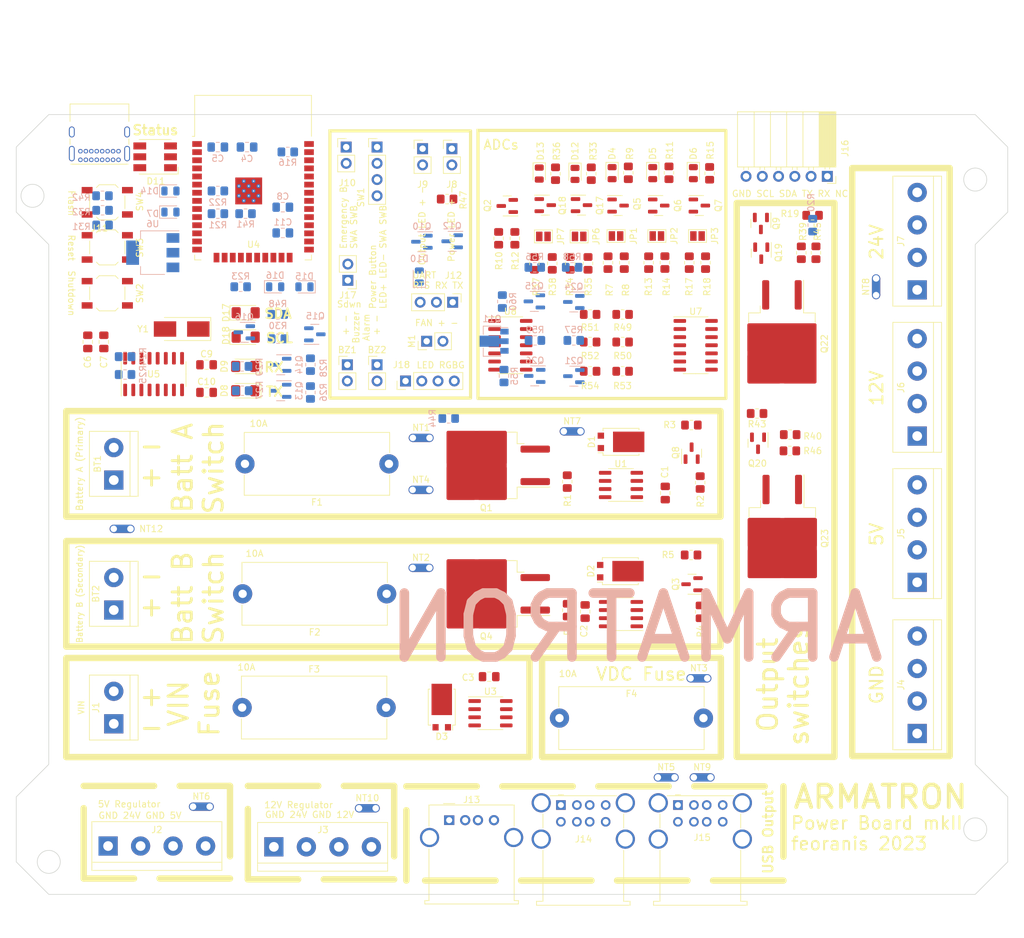
<source format=kicad_pcb>
(kicad_pcb (version 20221018) (generator pcbnew)
  (layers (0 "F.Cu" signal) (31 "B.Cu" signal) (34 "B.Paste" user) (35 "F.Paste" user) (36 "B.SilkS" user "B.Silkscreen") (37 "F.SilkS" user "F.Silkscreen") (38 "B.Mask" user) (39 "F.Mask" user) (44 "Edge.Cuts" user))
  (net 0 "")
  (net 1 "Net-(BT1-+)")
  (net 2 "GND")
  (net 3 "Net-(BT2-+)")
  (net 4 "Net-(U1-FILTER)")
  (net 5 "Net-(U2-FILTER)")
  (net 6 "Net-(U3-FILTER)")
  (net 7 "BATT_A_LATCH")
  (net 8 "BATT_A_SW")
  (net 9 "BATT_B_LATCH")
  (net 10 "BATT_B_SW")
  (net 11 "VIN")
  (net 12 "Net-(D3-A)")
  (net 13 "BATT_A_IN")
  (net 14 "Net-(J1-Pin_2)")
  (net 15 "Net-(Q1-G)")
  (net 16 "Net-(Q2-B)")
  (net 17 "Net-(Q3-C)")
  (net 18 "Net-(Q3-B)")
  (net 19 "+VDC")
  (net 20 "ADC_SW_BASE")
  (net 21 "+5V")
  (net 22 "Net-(D4-A)")
  (net 23 "Net-(D5-A)")
  (net 24 "BATT_B_IN")
  (net 25 "Net-(D6-A)")
  (net 26 "Net-(JP1-B)")
  (net 27 "Net-(JP2-B)")
  (net 28 "Net-(JP3-B)")
  (net 29 "Net-(Q2-C)")
  (net 30 "Net-(Q8-B)")
  (net 31 "PIN_ADC_BATT_A")
  (net 32 "PIN_ADC_ENA")
  (net 33 "PIN_ADC_BATT_B")
  (net 34 "PIN_ADC_VIN")
  (net 35 "PIN_BATT_A_SENSE")
  (net 36 "PIN_BATT_B_SENSE")
  (net 37 "PIN_VIN_SENSE")
  (net 42 "Net-(BZ1-+)")
  (net 43 "Net-(BZ2-+)")
  (net 45 "nRTS")
  (net 54 "Net-(M1--)")
  (net 55 "PIN_VBATT_A_ENBL")
  (net 56 "PIN_VBATT_B_ENBL")
  (net 59 "+3.3V")
  (net 60 "Net-(D12-A)")
  (net 61 "Net-(D13-A)")
  (net 62 "24V_out")
  (net 63 "5V_out")
  (net 64 "+12V")
  (net 65 "Net-(JP6-B)")
  (net 66 "Net-(JP7-B)")
  (net 67 "Net-(Q19-B)")
  (net 68 "Net-(Q19-C)")
  (net 69 "Net-(Q20-B)")
  (net 70 "Net-(Q20-C)")
  (net 71 "5V_adc")
  (net 72 "12V_adc")
  (net 73 "24V_Enable")
  (net 74 "5V_Enable")
  (net 75 "PIN_RESET")
  (net 76 "PIN_RGB_G")
  (net 77 "SDA")
  (net 78 "SCL")
  (net 79 "PIN_FLASH")
  (net 80 "PIN_RGB_R")
  (net 82 "Net-(F4-Pad1)")
  (net 83 "PIN_RGB_B")
  (net 84 "Net-(D11-BK)")
  (net 85 "Net-(D11-RK)")
  (net 86 "Net-(D11-GK)")
  (net 87 "PIN_EmergencyButton")
  (net 88 "VBUS")
  (net 89 "Net-(J11-CC1)")
  (net 90 "D+")
  (net 91 "D-")
  (net 93 "Net-(J11-CC2)")
  (net 95 "RXD")
  (net 96 "RX")
  (net 97 "Net-(Q9-B)")
  (net 98 "Net-(Q9-C)")
  (net 99 "PIN_ALARM")
  (net 100 "PIN_BUZZER")
  (net 101 "PIN_Sdwn_Btn")
  (net 116 "PIN_Fan")
  (net 117 "Net-(Q10-B)")
  (net 118 "Net-(Q11-B)")
  (net 119 "Net-(Q12-B)")
  (net 120 "5V_POWER")
  (net 121 "Net-(JP1-A)")
  (net 122 "Net-(JP2-A)")
  (net 123 "Net-(JP3-A)")
  (net 124 "12V_POWER")
  (net 125 "Net-(J8-Pin_1)")
  (net 126 "Net-(J9-Pin_1)")
  (net 127 "Net-(NT4-Pad2)")
  (net 128 "Net-(NT7-Pad1)")
  (net 129 "Net-(SW1-A)")
  (net 130 "Net-(D17-A)")
  (net 131 "PIN_BATT_A_SENSE_ADC")
  (net 132 "PIN_BATT_B_SENSE_ADC")
  (net 133 "PIN_VIN_SENSE_ADC")
  (net 134 "Net-(D8-A)")
  (net 135 "Net-(D9-A)")
  (net 136 "Net-(Q13-B)")
  (net 137 "Net-(Q13-C)")
  (net 138 "Net-(Q14-B)")
  (net 139 "Net-(Q14-C)")
  (net 140 "Net-(U5-XI)")
  (net 142 "Net-(U5-XO)")
  (net 144 "RESET_UART")
  (net 145 "RESET_Header")
  (net 146 "Net-(D14-K)")
  (net 147 "Net-(D15-K)")
  (net 148 "FLASH_UART")
  (net 149 "Net-(Q15-B)")
  (net 150 "Net-(Q16-B)")
  (net 151 "nDTR")
  (net 153 "POWER_GND")
  (net 154 "Net-(D18-A)")
  (net 155 "Net-(Q21-B)")
  (net 156 "Net-(Q21-C)")
  (net 157 "Net-(Q24-B)")
  (net 158 "Net-(Q24-C)")
  (net 159 "Net-(Q25-B)")
  (net 160 "Net-(Q26-B)")
  (footprint "RF_Module:ESP32-WROOM-32" (layer "F.Cu") (at 108.123 45.869)
    (fp_text reference "U4")
    (fp_text value "ESP32-WROOM-32")
  )
  (footprint "NetTie:NetTie-2_THT_Pad1.0mm" (layer "F.Cu") (at 88.96 97.79 180)
    (fp_text reference "NT12")
    (fp_text value "NetTie_2")
  )
  (footprint "NetTie:NetTie-2_THT_Pad1.0mm" (layer "F.Cu") (at 133.066 103.886)
    (fp_text reference "NT2")
    (fp_text value "NetTie_2")
  )
  (footprint "Capacitor_SMD:C_0805_2012Metric_Pad1.18x1.45mm_HandSolder" (layer "F.Cu") (at 84.806 68.5585 90)
    (fp_text reference "C7")
    (fp_text value "100n")
  )
  (footprint "Package_TO_SOT_SMD:SOT-23" (layer "F.Cu") (at 159.453 47.178)
    (fp_text reference "Q17")
    (fp_text value "BC807")
  )
  (footprint "Resistor_SMD:R_0805_2012Metric_Pad1.20x1.40mm_HandSolder" (layer "F.Cu") (at 163.5955 56.1715 -90)
    (fp_text reference "R7")
    (fp_text value "220K")
  )
  (footprint "TerminalBlock:TerminalBlock_bornier-4_P5.08mm" (layer "F.Cu") (at 211.9104 60.428 90)
    (fp_text reference "J7")
    (fp_text value "Screw_Terminal_01x04")
  )
  (footprint "Button_Switch_SMD:SW_SPST_TL3342" (layer "F.Cu") (at 85.344 53.786)
    (fp_text reference "SW3")
    (fp_text value "SW_Push")
  )
  (footprint "Package_TO_SOT_SMD:SOT-23" (layer "F.Cu") (at 153.7865 47.178)
    (fp_text reference "Q18")
    (fp_text value "BC807")
  )
  (footprint "NetTie:NetTie-2_THT_Pad1.0mm" (layer "F.Cu") (at 156.688 82.55)
    (fp_text reference "NT7")
    (fp_text value "NetTie_2")
  )
  (footprint "Resistor_SMD:R_0805_2012Metric_Pad1.20x1.40mm_HandSolder" (layer "F.Cu") (at 160.469 56.2845 90)
    (fp_text reference "R35")
    (fp_text value "15K")
  )
  (footprint "Connector_PinHeader_2.54mm:PinHeader_1x02_P2.54mm_Vertical" (layer "F.Cu") (at 139.192 38.354)
    (fp_text reference "J8")
    (fp_text value "Conn_01x02")
  )
  (footprint "TerminalBlock:TerminalBlock_bornier-2_P5.08mm" (layer "F.Cu") (at 86.36 110.49 90)
    (fp_text reference "BT2")
    (fp_text value "Battery B (Secondary)")
  )
  (footprint "Resistor_SMD:R_0805_2012Metric_Pad1.20x1.40mm_HandSolder" (layer "F.Cu") (at 166.7705 42.1215 90)
    (fp_text reference "R9")
    (fp_text value "100K")
  )
  (footprint "TerminalBlock:TerminalBlock_bornier-2_P5.08mm" (layer "F.Cu") (at 86.36 90.17 90)
    (fp_text reference "BT1")
    (fp_text value "Battery A (Primary)")
  )
  (footprint "Connector_PinHeader_2.54mm:PinHeader_1x02_P2.54mm_Vertical" (layer "F.Cu") (at 135.255 68.453 90)
    (fp_text reference "M1")
    (fp_text value "Fan")
  )
  (footprint "NetTie:NetTie-2_THT_Pad1.0mm" (layer "F.Cu") (at 176.5 121.158)
    (fp_text reference "NT3")
    (fp_text value "NetTie_2")
  )
  (footprint "Capacitor_SMD:C_0805_2012Metric_Pad1.18x1.45mm_HandSolder" (layer "F.Cu") (at 160.02 110.7225 90)
    (fp_text reference "C2")
    (fp_text value "1n")
  )
  (footprint "NetTie:NetTie-2_THT_Pad1.0mm" (layer "F.Cu") (at 177.008 136.652)
    (fp_text reference "NT9")
    (fp_text value "NetTie_2")
  )
  (footprint "Capacitor_SMD:C_0805_2012Metric_Pad1.18x1.45mm_HandSolder" (layer "F.Cu") (at 100.8595 76.454)
    (fp_text reference "C10")
    (fp_text value "22pF")
  )
  (footprint "Package_TO_SOT_SMD:SOT-23" (layer "F.Cu") (at 147.8475 47.31 180)
    (fp_text reference "Q2")
    (fp_text value "BC817" hide)
  )
  (footprint "LED_SMD:LED_1206_3216Metric_Pad1.42x1.75mm_HandSolder" (layer "F.Cu") (at 106.9705 64.008)
    (fp_text reference "D17")
    (fp_text value "LED")
  )
  (footprint "LED_SMD:LED_1206_3216Metric_Pad1.42x1.75mm_HandSolder" (layer "F.Cu") (at 106.8975 76.2 180)
    (fp_text reference "D8")
    (fp_text value "LED")
  )
  (footprint "TerminalBlock:TerminalBlock_bornier-4_P5.08mm" (layer "F.Cu") (at 211.9104 106.148 90)
    (fp_text reference "J5")
    (fp_text value "Screw_Terminal_01x04")
  )
  (footprint "Fuse:Fuseholder_Cylinder-5x20mm_Schurter_0031_8201_Horizontal_Open" (layer "F.Cu") (at 106.42 125.73)
    (fp_text reference "F3")
    (fp_text value "10A")
  )
  (footprint "Jumper:SolderJumper-2_P1.3mm_Open_Pad1.0x1.5mm" (layer "F.Cu") (at 153.499 52.07 180)
    (fp_text reference "JP7")
    (fp_text value "SolderJumper_2_Open" hide)
  )
  (footprint "Resistor_SMD:R_0805_2012Metric_Pad1.20x1.40mm_HandSolder" (layer "F.Cu") (at 169.9455 56.1715 -90)
    (fp_text reference "R13")
    (fp_text value "220K")
  )
  (footprint "Connector_PinHeader_2.54mm:PinHeader_1x04_P2.54mm_Vertical" (layer "F.Cu") (at 131.953 74.676 90)
    (fp_text reference "J18")
    (fp_text value "Conn_01x04_Pin")
  )
  (footprint "Resistor_SMD:R_0805_2012Metric_Pad1.20x1.40mm_HandSolder" (layer "F.Cu") (at 138.446 46.228 180)
    (fp_text reference "R47")
    (fp_text value "10K")
  )
  (footprint "TerminalBlock:TerminalBlock_bornier-4_P5.08mm" (layer "F.Cu") (at 85.471 147.3835)
    (fp_text reference "J2")
    (fp_text value "Screw_Terminal_01x04" hide)
  )
  (footprint "Resistor_SMD:R_0805_2012Metric_Pad1.20x1.40mm_HandSolder" (layer "F.Cu") (at 179.4705 42.2015 90)
    (fp_text reference "R15")
    (fp_text value "100K")
  )
  (footprint "LED_SMD:LED_RGB_5050-6" (layer "F.Cu") (at 92.824 39.624 180)
    (fp_text reference "D11")
    (fp_text value "LED_RGB")
  )
  (footprint "Resistor_SMD:R_0805_2012Metric_Pad1.20x1.40mm_HandSolder" (layer "F.Cu") (at 195.564 48.768)
    (fp_text reference "R19")
    (fp_text value "1K")
  )
  (footprint "Resistor_SMD:R_0805_2012Metric_Pad1.20x1.40mm_HandSolder" (layer "F.Cu") (at 157.675 56.2845 -90)
    (fp_text reference "R34")
    (fp_text value "220K")
  )
  (footprint "TerminalBlock:TerminalBlock_bornier-2_P5.08mm" (layer "F.Cu") (at 86.36 128.27 90)
    (fp_text reference "J1")
    (fp_text value "Conn_01x02")
  )
  (footprint "Package_SO:SOIC-8_3.9x4.9mm_P1.27mm" (layer "F.Cu") (at 165.62 90.932 180)
    (fp_text reference "U1")
    (fp_text value "ACS712xLCTR-20A")
  )
  (footprint "Capacitor_SMD:C_0805_2012Metric_Pad1.18x1.45mm_HandSolder" (layer "F.Cu") (at 145.021 120.904)
    (fp_text reference "C3")
    (fp_text value "1n")
  )
  (footprint "Connector_PinHeader_2.54mm:PinHeader_1x02_P2.54mm_Vertical" (layer "F.Cu") (at 127.508 72.136)
    (fp_text reference "BZ2")
    (fp_text value "Buzzer")
  )
  (footprint "Connector_PinHeader_2.54mm:PinHeader_1x02_P2.54mm_Vertical" (layer "F.Cu") (at 134.62 38.349)
    (fp_text reference "J9")
    (fp_text value "Conn_01x02")
  )
  (footprint "Connector_PinHeader_2.54mm:PinHeader_1x03_P2.54mm_Vertical" (layer "F.Cu") (at 139.319 62.357 -90)
    (fp_text reference "J12")
    (fp_text value "Conn_01x03_Pin")
  )
  (footprint "Connector_USB:USB_A_Molex_67643_Horizontal" (layer "F.Cu") (at 138.774 143.34)
    (fp_text reference "J13")
    (fp_text value "USB_A")
  )
  (footprint "Package_TO_SOT_SMD:SOT-23" (layer "F.Cu") (at 171.518 47.244)
    (fp_text reference "Q6")
    (fp_text value "BC807" hide)
  )
  (footprint "Package_TO_SOT_SMD:SOT-23" (layer "F.Cu") (at 177.868 47.244)
    (fp_text reference "Q7")
    (fp_text value "BC807" hide)
  )
  (footprint "Capacitor_SMD:C_0805_2012Metric_Pad1.18x1.45mm_HandSolder" (layer "F.Cu") (at 172.54 92.189 -90)
    (fp_text reference "C1")
    (fp_text value "1n")
  )
  (footprint "Button_Switch_SMD:SW_SPST_TL3342" (layer "F.Cu") (at 85.344 60.96)
    (fp_text reference "SW2")
    (fp_text value "SW_Push")
  )
  (footprint "Resistor_SMD:R_0805_2012Metric_Pad1.20x1.40mm_HandSolder" (layer "F.Cu") (at 177.995 110.7675 -90)
    (fp_text reference "R4")
    (fp_text value "1K")
  )
  (footprint "Jumper:SolderJumper-2_P1.3mm_Open_Pad1.0x1.5mm" (layer "F.Cu") (at 159.087 52.07 180)
    (fp_text reference "JP6")
    (fp_text value "SolderJumper_2_Open" hide)
  )
  (footprint "Resistor_SMD:R_0805_2012Metric_Pad1.20x1.40mm_HandSolder" (layer "F.Cu") (at 160.798 64.262)
    (fp_text reference "R51")
    (fp_text value "22K")
  )
  (footprint "Resistor_SMD:R_0805_2012Metric_Pad1.20x1.40mm_HandSolder" (layer "F.Cu") (at 160.977 42.2675 90)
    (fp_text reference "R33")
    (fp_text value "100K")
  )
  (footprint "NetTie:NetTie-2_THT_Pad1.0mm" (layer "F.Cu") (at 98.746 141.224)
    (fp_text reference "NT6")
    (fp_text value "NetTie_2")
  )
  (footprint "Jumper:SolderJumper-2_P1.3mm_Open_Pad1.0x1.5mm" (layer "F.Cu") (at 177.5805 52.004 180)
    (fp_text reference "JP3")
    (fp_text value "SolderJumper_2_Open" hide)
  )
  (footprint "Resistor_SMD:R_0805_2012Metric_Pad1.20x1.40mm_HandSolder" (layer "F.Cu") (at 192.0139 85.598 180)
    (fp_text reference "R46")
    (fp_text value "1K")
  )
  (footprint "Resistor_SMD:R_0805_2012Metric_Pad1.20x1.40mm_HandSolder" (layer "F.Cu") (at 157.226 110.506 90)
    (fp_text reference "R6")
    (fp_text value "1K")
  )
  (footprint "Package_TO_SOT_SMD:TO-277B" (layer "F.Cu") (at 165.625 84.19 90)
    (fp_text reference "D1")
    (fp_text value "D")
  )
  (footprint "Fuse:Fuseholder_Cylinder-5x20mm_Schurter_0031_8201_Horizontal_Open" (layer "F.Cu") (at 129 107.95 180)
    (fp_text reference "F2")
    (fp_text value "10A")
  )
  (footprint "Resistor_SMD:R_0805_2012Metric_Pad1.20x1.40mm_HandSolder" (layer "F.Cu") (at 172.4855 56.1575 90)
    (fp_text reference "R14")
    (fp_text value "15K")
  )
  (footprint "TerminalBlock:TerminalBlock_bornier-4_P5.08mm" (layer "F.Cu") (at 211.9104 129.794 90)
    (fp_text reference "J4")
    (fp_text value "Screw_Terminal_01x04")
  )
  (footprint "Resistor_SMD:R_0805_2012Metric_Pad1.20x1.40mm_HandSolder" (layer "F.Cu") (at 160.798 68.58)
    (fp_text reference "R52")
    (fp_text value "15K")
  )
  (footprint "Connector_PinHeader_2.54mm:PinHeader_1x02_P2.54mm_Vertical" (layer "F.Cu") (at 122.682 38.1)
    (fp_text reference "J10")
    (fp_text value "Conn_01x02")
  )
  (footprint "Diode_SMD:D_0805_2012Metric" (layer "F.Cu") (at 164.2305 42.1765 -90)
    (fp_text reference "D4")
    (fp_text value "D" hide)
  )
  (footprint "Jumper:SolderJumper-2_P1.3mm_Open_Pad1.0x1.5mm" (layer "F.Cu") (at 164.8505 52.004 180)
    (fp_text reference "JP1")
    (fp_text value "SolderJumper_2_Open" hide)
  )
  (footprint "Resistor_SMD:R_0805_2012Metric_Pad1.20x1.40mm_HandSolder" (layer "F.Cu") (at 176.5745 101.8775)
    (fp_text reference "R5")
    (fp_text value "1K")
  )
  (footprint "Package_SO:SOIC-8_3.9x4.9mm_P1.27mm" (layer "F.Cu") (at 145.223 126.619)
    (fp_text reference "U3")
    (fp_text value "ACS712xLCTR-20A")
  )
  (footprint "NetTie:NetTie-2_THT_Pad1.0mm" (layer "F.Cu") (at 124.684 141.478)
    (fp_text reference "NT10")
    (fp_text value "NetTie_2")
  )
  (footprint "Diode_SMD:D_0805_2012Metric" (layer "F.Cu") (at 158.437 42.2925 -90)
    (fp_text reference "D12")
    (fp_text value "D")
  )
  (footprint "Package_SO:SOIC-16_3.9x9.9mm_P1.27mm" (layer "F.Cu") (at 92.583 73.595 90)
    (fp_text reference "U5")
    (fp_text value "CH340G")
  )
  (footprint "Package_TO_SOT_SMD:SOT-23" (layer "F.Cu") (at 187.4841 50.044 -90)
    (fp_text reference "Q9")
    (fp_text value "BC817")
  )
  (footprint "Connector_PinHeader_2.54mm:PinHeader_1x04_P2.54mm_Vertical" (layer "F.Cu") (at 127.508 38.1)
    (fp_text reference "SW1")
    (fp_text value "SW_Push_LED")
  )
  (footprint "Connector_PinSocket_2.54mm:PinSocket_1x06_P2.54mm_Horizontal" (layer "F.Cu") (at 197.866 42.672 -90)
    (fp_text reference "J16")
    (fp_text value "Conn_01x06_Socket")
  )
  (footprint "Package_TO_SOT_SMD:TO-263-2" (layer "F.Cu") (at 190.8284 99.29 -90)
    (fp_text reference "Q23")
    (fp_text value "IRF4905")
  )
  (footprint "Package_TO_SOT_SMD:SOT-23" (layer "F.Cu") (at 187.0374 84.4065 -90)
    (fp_text reference "Q20")
    (fp_text value "BC817")
  )
  (footprint "Resistor_SMD:R_0805_2012Metric_Pad1.20x1.40mm_HandSolder" (layer "F.Cu") (at 196.088 54.626 -90)
    (fp_text reference "R45")
    (fp_text value "1K")
  )
  (footprint "LED_SMD:LED_1206_3216Metric_Pad1.42x1.75mm_HandSolder" (layer "F.Cu") (at 106.9705 67.818)
    (fp_text reference "D18")
    (fp_text value "LED")
  )
  (footprint "Package_TO_SOT_SMD:TO-263-2" (layer "F.Cu") (at 190.773 68.858 -90)
    (fp_text reference "Q22")
    (fp_text value "IRF4905")
  )
  (footprint "Resistor_SMD:R_0805_2012Metric_Pad1.20x1.40mm_HandSolder" (layer "F.Cu") (at 173.1205 42.1215 90)
    (fp_text reference "R11")
    (fp_text value "100K")
  )
  (footprint "Resistor_SMD:R_0805_2012Metric_Pad1.20x1.40mm_HandSolder" (layer "F.Cu") (at 176.6215 81.562)
    (fp_text reference "R3")
    (fp_text value "1K")
  )
  (footprint "Resistor_SMD:R_0805_2012Metric_Pad1.20x1.40mm_HandSolder" (layer "F.Cu") (at 165.878 64.262 180)
    (fp_text reference "R49")
    (fp_text value "22K")
  )
  (footprint "Connector_PinHeader_2.54mm:PinHeader_1x02_P2.54mm_Vertical" (layer "F.Cu") (at 122.936 58.933 180)
    (fp_text reference "J17")
    (fp_text value "Conn_01x02")
  )
  (footprint "Package_TO_SOT_SMD:SOT-23" (layer "F.Cu") (at 165.168 47.244)
    (fp_text reference "Q5")
    (fp_text value "BC807" hide)
  )
  (footprint "Diode_SMD:D_0805_2012Metric" (layer "F.Cu") (at 152.849 42.2425 -90)
    (fp_text reference "D13")
    (fp_text value "D")
  )
  (footprint "Resistor_SMD:R_0805_2012Metric_Pad1.20x1.40mm_HandSolder" (layer "F.Cu") (at 155.389 42.2675 90)
    (fp_text reference "R36")
    (fp_text value "100K")
  )
  (footprint "Resistor_SMD:R_0805_2012Metric_Pad1.20x1.40mm_HandSolder" (layer "F.Cu") (at 178.8355 56.1715 90)
    (fp_text reference "R18")
    (fp_text value "15K")
  )
  (footprint "Resistor_SMD:R_0805_2012Metric_Pad1.20x1.40mm_HandSolder" (layer "F.Cu") (at 160.798 73.152 180)
    (fp_text reference "R54")
    (fp_text value "15K")
  )
  (footprint "Resistor_SMD:R_0805_2012Metric_Pad1.20x1.40mm_HandSolder" (layer "F.Cu") (at 166.1355 56.1715 90)
    (fp_text reference "R8")
    (fp_text value "15K")
  )
  (footprint "Fuse:Fuseholder_Cylinder-5x20mm_Schurter_0031_8201_Horizontal_Open" (layer "F.Cu") (at 129.36 87.63 180)
    (fp_text reference "F1")
    (fp_text value "10A")
  )
  (footprint "Package_TO_SOT_SMD:TO-277B" (layer "F.Cu") (at 137.615 125.665 180)
    (fp_text reference "D3")
    (fp_text value "D")
  )
  (footprint "Resistor_SMD:R_0805_2012Metric_Pad1.20x1.40mm_HandSolder" (layer "F.Cu") (at 157.226 90.408 90)
    (fp_text reference "R1")
    (fp_text value "1K")
  )
  (footprint "NetTie:NetTie-2_THT_Pad1.0mm" (layer "F.Cu") (at 133.066 91.694)
    (fp_text reference "NT4")
    (fp_text value "NetTie_2")
  )
  (footprint "Capacitor_SMD:C_0805_2012Metric_Pad1.18x1.45mm_HandSolder" (layer "F.Cu") (at 82.296 68.5585 90)
    (fp_text reference "C6")
    (fp_text value "4.7u")
  )
  (footprint "Capacitor_SMD:C_0805_2012Metric_Pad1.18x1.45mm_HandSolder" (layer "F.Cu") (at 100.8595 72.136)
    (fp_text reference "C9")
    (fp_text value "22pF")
  )
  (footprint "Package_TO_SOT_SMD:SOT-23" (layer "F.Cu") (at 187.5395 54.6885 -90)
    (fp_text reference "Q19")
    (fp_text value "BC817")
  )
  (footprint "Resistor_SMD:R_0805_2012Metric_Pad1.20x1.40mm_HandSolder" (layer "F.Cu") (at 186.8869 79.756 180)
    (fp_text reference "R43")
    (fp_text value "1K")
  )
  (footprint "Package_TO_SOT_SMD:SOT-23" (layer "F.Cu") (at 176.659 85.9585 90)
    (fp_text reference "Q8")
    (fp_text value "BC817" hide)
  )
  (footprint "TerminalBlock:TerminalBlock_bornier-4_P5.08mm" (layer "F.Cu") (at 111.379 147.5105)
    (fp_text reference "J3")
    (fp_text value "Screw_Terminal_01x04")
  )
  (footprint "Package_SO:SOIC-14_3.9x8.7mm_P1.27mm" (layer "F.Cu") (at 177.292 69.088)
    (fp_text reference "U7")
    (fp_text value "MCP3428")
  )
  (footprint "Diode_SMD:D_0805_2012Metric" (layer "F.Cu") (at 176.9305 42.1765 -90)
    (fp_text reference "D6")
    (fp_text value "D" hide)
  )
  (footprint "Jumper:SolderJumper-2_P1.3mm_Open_Pad1.0x1.5mm" (layer "F.Cu") (at 171.2305 52.004 180)
    (fp_text reference "JP2")
    (fp_text value "SolderJumper_2_Open" hide)
  )
  (footprint "Diode_SMD:D_0805_2012Metric" (layer "F.Cu") (at 170.5805 42.1765 -90)
    (fp_text reference "D5")
    (fp_text value "D" hide)
  )
  (footprint "Resistor_SMD:R_0805_2012Metric_Pad1.20x1.40mm_HandSolder" (layer "F.Cu") (at 176.2955 56.1715 -90)
    (fp_text reference "R17")
    (fp_text value "220K")
  )
  (footprint "Resistor_SMD:R_0805_2012Metric_Pad1.20x1.40mm_HandSolder" (layer "F.Cu") (at 165.878 73.152)
    (fp_text reference "R53")
    (fp_text value "22K")
  )
  (footprint "Connector_PinHeader_2.54mm:PinHeader_1x02_P2.54mm_Vertical" (layer "F.Cu") (at 122.858 72.136)
    (fp_text reference "BZ1")
    (fp_text value "Buzzer")
  )
  (footprint "Connector_USB:USB_A_Wuerth_61400826021_Horizontal_Stacked" (layer "F.Cu") (at 156.232 140.974)
    (fp_text reference "J14")
    (fp_text value "USB_A_Stacked")
  )
  (footprint "NetTie:NetTie-2_THT_Pad1.0mm" (layer "F.Cu") (at 171.39 136.652)
    (fp_text reference "NT5")
    (fp_text value "NetTie_2")
  )
  (footprint "Resistor_SMD:R_0805_2012Metric_Pad1.20x1.40mm_HandSolder" (layer "F.Cu") (at 154.881 56.2845 90)
    (fp_text reference "R38")
    (fp_text value "15K")
  )
  (footprint "Package_TO_SOT_SMD:TO-263-2" (layer "F.Cu") (at 144.57 87.865 180)
    (fp_text reference "Q1")
    (fp_text value "IRF4905")
  )
  (footprint "Resistor_SMD:R_0805_2012Metric_Pad1.20x1.40mm_HandSolder" (layer "F.Cu") (at 193.802 54.626 90)
    (fp_text reference "R39")
    (fp_text value "10K")
  )
  (footprint "Connector_USB:USB_A_Wuerth_61400826021_Horizontal_Stacked" (layer "F.Cu") (at 174.52 140.974)
    (fp_text reference "J15")
    (fp_text value "USB_A_Stacked")
  )
  (footprint "Resistor_SMD:R_0805_2012Metric_Pad1.20x1.40mm_HandSolder" (layer "F.Cu") (at 152.087 56.2845 -90)
    (fp_text reference "R37")
    (fp_text value "220K")
  )
  (footprint "Resistor_SMD:R_0805_2012Metric_Pad1.20x1.40mm_HandSolder" (layer "F.Cu") (at 165.878 68.58)
    (fp_text reference "R50")
    (fp_text value "15K")
  )
  (footprint "Resistor_SMD:R_0805_2012Metric_Pad1.20x1.40mm_HandSolder" (layer "F.Cu") (at 149.039 52.3665 -90)
    (fp_text reference "R12")
    (fp_text value "1K")
  )
  (footprint "Package_SO:SOIC-14_3.9x8.7mm_P1.27mm" (layer "F.Cu") (at 148.336 69.088)
    (fp_text reference "U8")
    (fp_text value "MCP3428")
  )
  (footprint "Fuse:Fuseholder_Cylinder-5x20mm_Schurter_0031_8201_Horizontal_Open" (layer "F.Cu") (at 156.009 127.381)
    (fp_text reference "F4")
    (fp_text value "10A")
  )
  (footprint "Resistor_SMD:R_0805_2012Metric_Pad1.20x1.40mm_HandSolder" (layer "F.Cu") (at 177.995 90.5525 -90)
    (fp_text reference "R2")
    (fp_text value "1K")
  )
  (footprint "NetTie:NetTie-2_THT_Pad1.0mm" (layer "F.Cu") (at 205.486 61.244 90)
    (fp_text reference "NT8")
    (fp_text value "NetTie_2")
  )
  (footprint "Package_TO_SOT_SMD:SOT-23" (layer "F.Cu") (at 176.725 106.4495 180)
    (fp_text reference "Q3")
    (fp_text value "BC817" hide)
  )
  (footprint "LED_SMD:LED_1206_3216Metric_Pad1.42x1.75mm_HandSolder" (layer "F.Cu") (at 106.8975 72.39 180)
    (fp_text reference "D9")
    (fp_text value "LED")
  )
  (footprint "Resistor_SMD:R_0805_2012Metric_Pad1.20x1.40mm_HandSolder" (layer "F.Cu") (at 146.499 52.3665 90)
    (fp_text reference "R10")
    (fp_text value "1K")
  )
  (footprint "Resistor_SMD:R_0805_2012Metric_Pad1.20x1.40mm_HandSolder" (layer "F.Cu") (at 192.0609 83.058)
    (fp_text reference "R40")
    (fp_text value "1K")
  )
  (footprint "Package_TO_SOT_SMD:TO-277B" (layer "F.Cu") (at 165.52 104.405 90)
    (fp_text reference "D2")
    (fp_text value "D")
  )
  (footprint "NetTie:NetTie-2_THT_Pad1.0mm" (layer "F.Cu") (at 133.096 83.566)
    (fp_text reference "NT1")
    (fp_text value "NetTie_2")
  )
  (footprint "Crystal:Crystal_SMD_5032-2Pin_5.0x3.2mm_HandSoldering" (layer "F.Cu") (at 96.968 66.548 180)
    (fp_text reference "Y1")
    (fp_text value "12MHz")
  )
  (footprint "Package_TO_SOT_SMD:TO-263-2" (layer "F.Cu") (at 144.57 107.95 180)
    (fp_text reference "Q4")
    (fp_text value "IRF4905")
  )
  (footprint "Package_SO:SOIC-8_3.9x4.9mm_P1.27mm" (layer "F.Cu") (at 165.62 111.125 180)
    (fp_text reference "U2")
    (fp_text value "ACS712xLCTR-20A")
  )
  (footprint "TerminalBlock:TerminalBlock_bornier-4_P5.08mm" (layer "F.Cu") (at 211.9104 83.288 90)
    (fp_text reference "J6")
    (fp_text value "Screw_Terminal_01x04")
  )
  (footprint "Connector_USB:USB_C_Receptacle_GCT_USB4085" (layer "F.Cu") (at 87.098 40.094 180)
    (fp_text reference "J11")
    (fp_text value "USB_C_Receptacle_USB2.0")
  )
  (footprint "Button_Switch_SMD:SW_SPST_TL3342" (layer "F.Cu") (at 85.344 46.736)
    (fp_text reference "SW4")
    (fp_text value "SW_Push")
  )
  (footprint "Package_TO_SOT_SMD:SOT-23" (layer "B.Cu") (at 139.2405 52.832 180)
    (fp_text reference "Q12")
    (fp_text value "BC817")
  )
  (footprint "Package_TO_SOT_SMD:SOT-23" (layer "B.Cu") (at 158.248 62.316 180)
    (fp_text reference "Q24")
    (fp_text value "BC817")
  )
  (footprint "Resistor_SMD:R_0805_2012Metric_Pad1.20x1.40mm_HandSolder" (layer "B.Cu") (at 158.242 68.326 180)
    (fp_text reference "R57")
    (fp_text value "1k")
  )
  (footprint "Resistor_SMD:R_0805_2012Metric_Pad1.20x1.40mm_HandSolder" (layer "B.Cu") (at 195.58 50.308 90)
    (fp_text reference "R20")
    (fp_text value "10K")
  )
  (footprint "Package_TO_SOT_SMD:SOT-23" (layer "B.Cu") (at 152.0835 62.23 180)
    (fp_text reference "Q25")
    (fp_text value "BC817")
  )
  (footprint "Resistor_SMD:R_0805_2012Metric_Pad1.20x1.40mm_HandSolder" (layer "B.Cu") (at 111.998 64.262 180)
    (fp_text reference "R48")
    (fp_text value "10K")
  )
  (footprint "Package_TO_SOT_SMD:SOT-23" (layer "B.Cu") (at 134.5115 52.898 180)
    (fp_text reference "Q10")
    (fp_text value "BC817")
  )
  (footprint "Resistor_SMD:R_0805_2012Metric_Pad1.20x1.40mm_HandSolder" (layer "B.Cu") (at 138.7 80.518)
    (fp_text reference "R44")
    (fp_text value "10K")
  )
  (footprint "Resistor_SMD:R_0805_2012Metric_Pad1.20x1.40mm_HandSolder" (layer "B.Cu") (at 117.094 72.12 90)
    (fp_text reference "R28")
    (fp_text value "10K")
  )
  (footprint "Resistor_SMD:R_0805_2012Metric_Pad1.20x1.40mm_HandSolder" (layer "B.Cu") (at 147.082 62.246 90)
    (fp_text reference "R60")
    (fp_text value "10K")
  )
  (footprint "Diode_SMD:D_0805_2012Metric" (layer "B.Cu") (at 134.112 58.3415 90)
    (fp_text reference "D10")
    (fp_text value "D")
  )
  (footprint "Resistor_SMD:R_0805_2012Metric_Pad1.20x1.40mm_HandSolder" (layer "B.Cu") (at 106.95 48.514)
    (fp_text reference "R41")
    (fp_text value "10K")
  )
  (footprint "Resistor_SMD:R_0805_2012Metric_Pad1.20x1.40mm_HandSolder" (layer "B.Cu") (at 102.632 44.958 180)
    (fp_text reference "R22")
    (fp_text value "10K")
  )
  (footprint "Resistor_SMD:R_0805_2012Metric_Pad1.20x1.40mm_HandSolder" (layer "B.Cu") (at 152.178 68.326 180)
    (fp_text reference "R59")
    (fp_text value "10K")
  )
  (footprint "Package_TO_SOT_SMD:SOT-89-3" (layer "B.Cu") (at 145.4575 68.453 180)
    (fp_text reference "Q11")
    (fp_text value "BCX56")
  )
  (footprint "Capacitor_SMD:C_0805_2012Metric_Pad1.18x1.45mm_HandSolder" (layer "B.Cu") (at 107.188 38.1)
    (fp_text reference "C4")
    (fp_text value "100n")
  )
  (footprint "Package_TO_SOT_SMD:SOT-23" (layer "B.Cu") (at 152.14 73.878 180)
    (fp_text reference "Q26")
    (fp_text value "BC817")
  )
  (footprint "Resistor_SMD:R_0805_2012Metric_Pad1.20x1.40mm_HandSolder" (layer "B.Cu") (at 147.336 73.898 90)
    (fp_text reference "R55")
    (fp_text value "10K")
  )
  (footprint "Capacitor_SMD:C_0805_2012Metric_Pad1.18x1.45mm_HandSolder" (layer "B.Cu") (at 112.776 51.524 180)
    (fp_text reference "C11")
    (fp_text value "100n")
  )
  (footprint "Package_TO_SOT_SMD:SOT-23" (layer "B.Cu") (at 158.258 73.914 180)
    (fp_text reference "Q21")
    (fp_text value "BC817")
  )
  (footprint "Resistor_SMD:R_0805_2012Metric_Pad1.20x1.40mm_HandSolder" (layer "B.Cu") (at 88.122 73.66)
    (fp_text reference "R25")
    (fp_text value "100K")
  )
  (footprint "Capacitor_SMD:C_0805_2012Metric_Pad1.18x1.45mm_HandSolder" (layer "B.Cu") (at 112.776 47.498 180)
    (fp_text reference "C8")
    (fp_text value "100n")
  )
  (footprint "Resistor_SMD:R_0805_2012Metric_Pad1.20x1.40mm_HandSolder" (layer "B.Cu") (at 88.122 70.866 180)
    (fp_text reference "R24")
    (fp_text value "100K")
  )
  (footprint "Package_TO_SOT_SMD:SOT-23" (layer "B.Cu") (at 106.7585 67.056 180)
    (fp_text reference "Q16")
    (fp_text value "BC817")
  )
  (footprint "Resistor_SMD:R_0805_2012Metric_Pad1.20x1.40mm_HandSolder" (layer "B.Cu") (at 113.554 38.862)
    (fp_text reference "R16")
    (fp_text value "1K")
  )
  (footprint "Package_TO_SOT_SMD:SOT-223-3_TabPin2" (layer "B.Cu") (at 92.456 54.61 180)
    (fp_text reference "U6")
    (fp_text value "AMS1117-3.3")
  )
  (footprint "Resistor_SMD:R_0805_2012Metric_Pad1.20x1.40mm_HandSolder" (layer "B.Cu") (at 84.614 50.292)
    (fp_text reference "R31")
    (fp_text value "220R")
  )
  (footprint "Resistor_SMD:R_0805_2012Metric_Pad1.20x1.40mm_HandSolder" (layer "B.Cu") (at 102.632 48.514 180)
    (fp_text reference "R21")
    (fp_text value "10K")
  )
  (footprint "Package_TO_SOT_SMD:SOT-23" (layer "B.Cu") (at 112.4435 76.2 180)
    (fp_text reference "Q13")
    (fp_text value "BC817")
  )
  (footprint "Resistor_SMD:R_0805_2012Metric_Pad1.20x1.40mm_HandSolder" (layer "B.Cu") (at 117.094 76.47 90)
    (fp_text reference "R26")
    (fp_text value "10K")
  )
  (footprint "Resistor_SMD:R_0805_2012Metric_Pad1.20x1.40mm_HandSolder" (layer "B.Cu") (at 157.988 56.896 180)
    (fp_text reference "R58")
    (fp_text value "1k")
  )
  (footprint "Resistor_SMD:R_0805_2012Metric_Pad1.20x1.40mm_HandSolder" (layer "B.Cu") (at 112.03 68.072)
    (fp_text reference "R30")
    (fp_text value "10K")
  )
  (footprint "Resistor_SMD:R_0805_2012Metric_Pad1.20x1.40mm_HandSolder" (layer "B.Cu") (at 152.146 56.896 180)
    (fp_text reference "R56")
    (fp_text value "10K")
  )
  (footprint "Resistor_SMD:R_0805_2012Metric_Pad1.20x1.40mm_HandSolder" (layer "B.Cu") (at 106.442 76.2 180)
    (fp_text reference "R27")
    (fp_text value "1k")
  )
  (footprint "Package_TO_SOT_SMD:SOT-23" (layer "B.Cu") (at 112.4435 72.136 180)
    (fp_text reference "Q14")
    (fp_text value "BC817")
  )
  (footprint "Resistor_SMD:R_0805_2012Metric_Pad1.20x1.40mm_HandSolder" (layer "B.Cu") (at 106.41 72.39 180)
    (fp_text reference "R29")
    (fp_text value "1k")
  )
  (footprint "Resistor_SMD:R_0805_2012Metric_Pad1.20x1.40mm_HandSolder" (layer "B.Cu") (at 84.614 47.986)
    (fp_text reference "R32")
    (fp_text value "220R")
  )
  (footprint "Diode_SMD:D_0805_2012Metric" (layer "B.Cu") (at 95.2115 44.966)
    (fp_text reference "D14")
    (fp_text value "D")
  )
  (footprint "Resistor_SMD:R_0805_2012Metric_Pad1.20x1.40mm_HandSolder" (layer "B.Cu") (at 84.598 45.72)
    (fp_text reference "R42")
    (fp_text value "220R")
  )
  (footprint "Capacitor_SMD:C_0805_2012Metric_Pad1.18x1.45mm_HandSolder" (layer "B.Cu") (at 102.616 38.1)
    (fp_text reference "C5")
    (fp_text value "10u")
  )
  (footprint "Diode_SMD:D_0805_2012Metric" (layer "B.Cu") (at 95.2115 48.26)
    (fp_text reference "D7")
    (fp_text value "D")
  )
  (footprint "Diode_SMD:D_0805_2012Metric" (layer "B.Cu") (at 111.5845 59.944)
    (fp_text reference "D16")
    (fp_text value "D")
  )
  (footprint "Package_TO_SOT_SMD:SOT-23" (layer "B.Cu") (at 117.7775 67.376)
    (fp_text reference "Q15")
    (fp_text value "BC817")
  )
  (footprint "Resistor_SMD:R_0805_2012Metric_Pad1.20x1.40mm_HandSolder" (layer "B.Cu") (at 106.188 59.944 180)
    (fp_text reference "R23")
    (fp_text value "10K")
  )
  (footprint "Diode_SMD:D_0805_2012Metric" (layer "B.Cu") (at 116.1565 59.952 180)
    (fp_text reference "D15")
    (fp_text value "D")
  )
  (gr_rect (start 78.935 79.375) (end 181.17 95.885) (stroke (width 1)) (fill none) (layer "F.SilkS"))
  (gr_rect (start 107.315 137.9855) (end 130.175 152.5905) (stroke (width 1) (type dash)) (fill none) (layer "F.SilkS"))
  (gr_rect (start 143.2755 35.494) (end 182.0105 77.404) (stroke (width 0.5)) (fill none) (layer "F.SilkS"))
  (gr_rect (start 183.71 46.839) (end 198.9754 133.453) (stroke (width 1)) (fill none) (layer "F.SilkS"))
  (gr_rect (start 81.661 137.9855) (end 104.521 152.4635) (stroke (width 1) (type dash)) (fill none) (layer "F.SilkS"))
  (gr_rect (start 78.935 99.695) (end 181.17 116.205) (stroke (width 1)) (fill none) (layer "F.SilkS"))
  (gr_rect (start 78.935 117.983) (end 151.325 133.477) (stroke (width 1)) (fill none) (layer "F.SilkS"))
  (gr_rect (start 120.142 35.56) (end 142.113 77.343) (stroke (width 0.5)) (fill none) (layer "F.SilkS"))
  (gr_rect (start 153.289 117.9576) (end 181.229 133.477) (stroke (width 1)) (fill none) (layer "F.SilkS"))
  (gr_rect (start 201.7504 41.378) (end 216.9904 133.326) (stroke (width 1)) (fill none) (layer "F.SilkS"))
  (gr_rect (start 132.08 138.049) (end 191.008 152.781) (stroke (width 1) (type dash)) (fill none) (layer "F.SilkS"))
  (gr_poly (pts (xy 76.2 81.28) (xy 76.2 134.62) (xy 71.12 139.7) (xy 71.12 149.86) (xy 76.2 154.94) (xy 220.98 154.94) (xy 226.06 149.86) (xy 226.06 139.7) (xy 220.98 134.62) (xy 220.98 53.34) (xy 226.06 48.26) (xy 226.06 38.1) (xy 220.98 33.02) (xy 76.2 33.02) (xy 71.12 38.1) (xy 71.12 48.26) (xy 76.2 53.34)) (stroke (width 0.1)) (fill none) (layer "Edge.Cuts"))
  (gr_circle (center 220.98 144.78) (end 222.78 144.78) (stroke (width 0.1)) (fill none) (layer "Edge.Cuts"))
  (gr_circle (center 73.66 45.72) (end 75.46 45.72) (stroke (width 0.1)) (fill none) (layer "Edge.Cuts"))
  (gr_circle (center 76.2 149.86) (end 78 149.86) (stroke (width 0.1)) (fill none) (layer "Edge.Cuts"))
  (gr_circle (center 220.98 43.18) (end 222.78 43.18) (stroke (width 0.1)) (fill none) (layer "Edge.Cuts"))
  (gr_text "ARMATRON" (at 207.518 119.126) (layer "B.SilkS") (effects (font (size 10 10) (thickness 1.5)) (justify left bottom mirror)))
  (gr_text "RX" (at 109.728 73.406) (layer "F.SilkS") (effects (font (size 1.5 1.5) (thickness 0.3) bold) (justify left bottom)))
  (gr_text "+\n-" (at 92.27 87.63 180) (layer "F.SilkS") (effects (font (size 3 3) (thickness 0.45))))
  (gr_text "Output LED + -" (at 135.128 56.642 90) (layer "F.SilkS") (effects (font (size 1 1)) (justify left bottom)))
  (gr_text "Batt B\nSwitch" (at 103.7 108.585 90) (layer "F.SilkS") (effects (font (size 3 3) (thickness 0.45)) (justify bottom)))
  (gr_text "Sdwn" (at 121.158 63.246) (layer "F.SilkS") (effects (font (size 1 1)) (justify left bottom)))
  (gr_text "+\n-" (at 92.27 126.365) (layer "F.SilkS") (effects (font (size 3 3) (thickness 0.45))))
  (gr_text "GND 24V GND 5V" (at 83.879 143.1925) (layer "F.SilkS") (effects (font (size 1 1)) (justify left bottom)))
  (gr_text "Reset" (at 79.756 53.848 270) (layer "F.SilkS") (effects (font (size 1 1))))
  (gr_text "VIN" (at 81.28 125.73 90) (layer "F.SilkS") (effects (font (size 0.9125 0.9125))))
  (gr_text "TX" (at 109.982 77.216) (layer "F.SilkS") (effects (font (size 1.5 1.5) (thickness 0.3) bold) (justify left bottom)))
  (gr_text "10A" (at 107.51 81.915) (layer "F.SilkS") (effects (font (size 1 1)) (justify left bottom)))
  (gr_text "Power LED + -" (at 139.7 56.134 90) (layer "F.SilkS") (effects (font (size 1 1)) (justify left bottom)))
  (gr_text "Emergency B\nSWA SWB" (at 124.46 54.102 90) (layer "F.SilkS") (effects (font (size 1 1)) (justify left bottom)))
  (gr_text "Batt A\nSwitch" (at 103.7 88.265 90) (layer "F.SilkS") (effects (font (size 3 3) (thickness 0.45)) (justify bottom)))
  (gr_text "ADCs" (at 146.88 38.608) (layer "F.SilkS") (effects (font (size 1.5 1.5) (thickness 0.225)) (justify bottom)))
  (gr_text "Status" (at 89.128 36.322) (layer "F.SilkS") (effects (font (size 1.5 1.5) (thickness 0.3) bold) (justify left bottom)))
  (gr_text "GND SCL SDA TX RX NC" (at 182.88 45.974) (layer "F.SilkS") (effects (font (size 1 1)) (justify left bottom)))
  (gr_text "5V" (at 205.5604 98.655 90) (layer "F.SilkS") (effects (font (size 2 2) (thickness 0.3))))
  (gr_text "12V" (at 205.5604 75.795 90) (layer "F.SilkS") (effects (font (size 2 2) (thickness 0.3))))
  (gr_text "FAN + -" (at 133.35 66.167) (layer "F.SilkS") (effects (font (size 1 1)) (justify left bottom)))
  (gr_text "10A" (at 106.875 102.235) (layer "F.SilkS") (effects (font (size 1 1)) (justify left bottom)))
  (gr_text "+\n-" (at 92.27 107.95 180) (layer "F.SilkS") (effects (font (size 3 3) (thickness 0.45))))
  (gr_text "12V Regulator" (at 115.248 141.5415) (layer "F.SilkS") (effects (font (size 1 1)) (justify bottom)))
  (gr_text "LED RGBG" (at 133.604 72.771) (layer "F.SilkS") (effects (font (size 1 1)) (justify left bottom)))
  (gr_text "Shutdown" (at 79.756 60.96 270) (layer "F.SilkS") (effects (font (size 1 1))))
  (gr_text "Power Button\nLED+ LED- SWA SWB" (at 129.032 63.5 90) (layer "F.SilkS") (effects (font (size 1 1)) (justify left bottom)))
  (gr_text "Output\nswitches\n" (at 195.1464 122.174 90) (layer "F.SilkS") (effects (font (size 3 3) (thickness 0.45)) (justify bottom)))
  (gr_text "VIN\nFuse" (at 103.065 125.095 90) (layer "F.SilkS") (effects (font (size 3 3) (thickness 0.45)) (justify bottom)))
  (gr_text "UART \nRTS RX TX" (at 132.969 60.325) (layer "F.SilkS") (effects (font (size 1 1)) (justify left bottom)))
  (gr_text "VDC Fuse" (at 161.544 121.666) (layer "F.SilkS") (effects (font (size 2 2) (thickness 0.3)) (justify left bottom)))
  (gr_text "GND" (at 205.5604 122.15 90) (layer "F.SilkS") (effects (font (size 2 2) (thickness 0.3))))
  (gr_text "GND 24V GND 12V" (at 109.914 143.0655) (layer "F.SilkS") (effects (font (size 1 1)) (justify left bottom)))
  (gr_text "24V" (at 205.5604 52.935 90) (layer "F.SilkS") (effects (font (size 2 2) (thickness 0.3))))
  (gr_text "5V Regulator" (at 88.773 141.4145) (layer "F.SilkS") (effects (font (size 1 1)) (justify bottom)))
  (gr_text "SCL" (at 109.982 68.834) (layer "F.SilkS") (effects (font (size 1.5 1.5) (thickness 0.3) bold) (justify left bottom)))
  (gr_text "SDA" (at 109.728 65.024) (layer "F.SilkS") (effects (font (size 1.5 1.5) (thickness 0.3) bold) (justify left bottom)))
  (gr_text "10A" (at 105.605 120.015) (layer "F.SilkS") (effects (font (size 1 1)) (justify left bottom)))
  (gr_text "USB Output" (at 189.484 151.892 90) (layer "F.SilkS") (effects (font (size 1.5 1.5) (thickness 0.3) bold) (justify left bottom)))
  (gr_text "ARMATRON" (at 192.278 139.7) (layer "F.SilkS") (effects (font (size 3.5 3.5) (thickness 0.6)) (justify left)))
  (gr_text " + -\nBuzzer\nAlarm\n + -" (at 128.016 66.294 90) (layer "F.SilkS") (effects (font (size 1 1)) (justify bottom)))
  (gr_text "Flash" (at 79.756 46.86 270) (layer "F.SilkS") (effects (font (size 1 1))))
  (gr_text "Power Board mkII\nfeoranis 2023" (at 192.024 142.621) (layer "F.SilkS") (effects (font (size 2 2) (thickness 0.3)) (justify left top)))
  (gr_text "10A" (at 155.829 121.031) (layer "F.SilkS") (effects (font (size 1 1)) (justify left bottom)))
)
</source>
